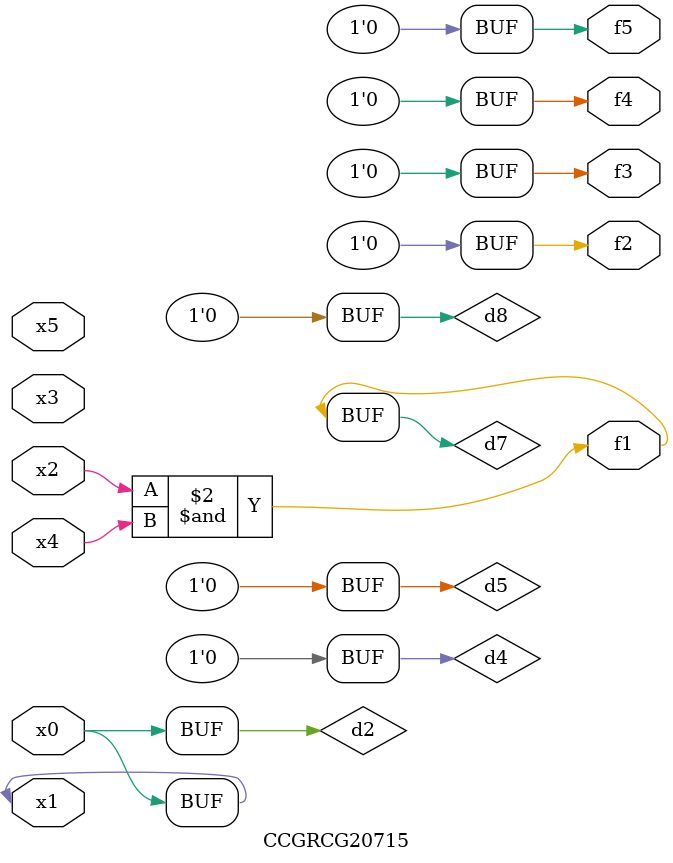
<source format=v>
module CCGRCG20715(
	input x0, x1, x2, x3, x4, x5,
	output f1, f2, f3, f4, f5
);

	wire d1, d2, d3, d4, d5, d6, d7, d8, d9;

	nand (d1, x1);
	buf (d2, x0, x1);
	nand (d3, x2, x4);
	and (d4, d1, d2);
	and (d5, d1, d2);
	nand (d6, d1, d3);
	not (d7, d3);
	xor (d8, d5);
	nor (d9, d5, d6);
	assign f1 = d7;
	assign f2 = d8;
	assign f3 = d8;
	assign f4 = d8;
	assign f5 = d8;
endmodule

</source>
